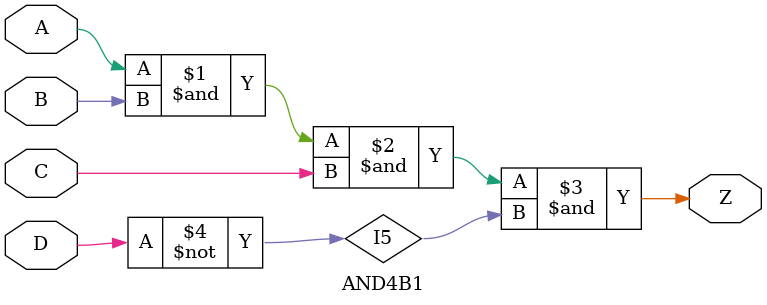
<source format=v>
`resetall
`timescale 1 ns / 100 ps

/* Created by DB2VERILOG Version 1.0.1.1 on Fri May 13 09:08:09 1994 */
/* module compiled from "lsl2db 3.6.4" run */


`celldefine
module  AND4B1  (A, B, C, D, Z);
input  A, B, C, D;
output Z;
and INST2 (Z, A, B, C, I5);
not INST4 (I5, D);

endmodule 
`endcelldefine

</source>
